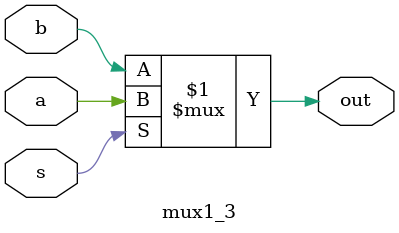
<source format=sv>
module mux1_3(input s, input [0:0] a, input [0:0] b, output [0:0] out);
  assign out = s ? a : b;
endmodule

</source>
